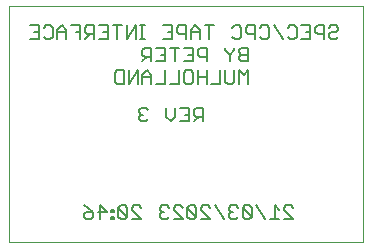
<source format=gbo>
G75*
%MOIN*%
%OFA0B0*%
%FSLAX25Y25*%
%IPPOS*%
%LPD*%
%AMOC8*
5,1,8,0,0,1.08239X$1,22.5*
%
%ADD10C,0.00000*%
%ADD11C,0.00500*%
D10*
X0012727Y0002200D02*
X0012727Y0080940D01*
X0130837Y0080940D01*
X0130837Y0002200D01*
X0012727Y0002200D01*
D11*
X0037718Y0010701D02*
X0037718Y0011451D01*
X0038468Y0012202D01*
X0040720Y0012202D01*
X0040720Y0010701D01*
X0039969Y0009950D01*
X0038468Y0009950D01*
X0037718Y0010701D01*
X0039219Y0013703D02*
X0040720Y0012202D01*
X0042321Y0012202D02*
X0045324Y0012202D01*
X0043072Y0014454D01*
X0043072Y0009950D01*
X0046875Y0009950D02*
X0047626Y0009950D01*
X0047626Y0010701D01*
X0046875Y0010701D01*
X0046875Y0009950D01*
X0046875Y0012202D02*
X0047626Y0012202D01*
X0047626Y0012953D01*
X0046875Y0012953D01*
X0046875Y0012202D01*
X0049227Y0013703D02*
X0052230Y0010701D01*
X0051479Y0009950D01*
X0049978Y0009950D01*
X0049227Y0010701D01*
X0049227Y0013703D01*
X0049978Y0014454D01*
X0051479Y0014454D01*
X0052230Y0013703D01*
X0052230Y0010701D01*
X0053831Y0009950D02*
X0056834Y0009950D01*
X0053831Y0012953D01*
X0053831Y0013703D01*
X0054582Y0014454D01*
X0056083Y0014454D01*
X0056834Y0013703D01*
X0063039Y0013703D02*
X0063039Y0012953D01*
X0063790Y0012202D01*
X0063039Y0011451D01*
X0063039Y0010701D01*
X0063790Y0009950D01*
X0065291Y0009950D01*
X0066042Y0010701D01*
X0064540Y0012202D02*
X0063790Y0012202D01*
X0063039Y0013703D02*
X0063790Y0014454D01*
X0065291Y0014454D01*
X0066042Y0013703D01*
X0067643Y0013703D02*
X0067643Y0012953D01*
X0070646Y0009950D01*
X0067643Y0009950D01*
X0072247Y0010701D02*
X0072998Y0009950D01*
X0074499Y0009950D01*
X0075250Y0010701D01*
X0072247Y0013703D01*
X0072247Y0010701D01*
X0075250Y0010701D02*
X0075250Y0013703D01*
X0074499Y0014454D01*
X0072998Y0014454D01*
X0072247Y0013703D01*
X0070646Y0013703D02*
X0069895Y0014454D01*
X0068394Y0014454D01*
X0067643Y0013703D01*
X0076851Y0013703D02*
X0076851Y0012953D01*
X0079853Y0009950D01*
X0076851Y0009950D01*
X0076851Y0013703D02*
X0077602Y0014454D01*
X0079103Y0014454D01*
X0079853Y0013703D01*
X0081455Y0014454D02*
X0084457Y0009950D01*
X0086059Y0010701D02*
X0086809Y0009950D01*
X0088311Y0009950D01*
X0089061Y0010701D01*
X0090663Y0010701D02*
X0091413Y0009950D01*
X0092915Y0009950D01*
X0093665Y0010701D01*
X0090663Y0013703D01*
X0090663Y0010701D01*
X0093665Y0010701D02*
X0093665Y0013703D01*
X0092915Y0014454D01*
X0091413Y0014454D01*
X0090663Y0013703D01*
X0089061Y0013703D02*
X0088311Y0014454D01*
X0086809Y0014454D01*
X0086059Y0013703D01*
X0086059Y0012953D01*
X0086809Y0012202D01*
X0086059Y0011451D01*
X0086059Y0010701D01*
X0086809Y0012202D02*
X0087560Y0012202D01*
X0095267Y0014454D02*
X0098269Y0009950D01*
X0099871Y0009950D02*
X0102873Y0009950D01*
X0101372Y0009950D02*
X0101372Y0014454D01*
X0102873Y0012953D01*
X0104474Y0012953D02*
X0104474Y0013703D01*
X0105225Y0014454D01*
X0106726Y0014454D01*
X0107477Y0013703D01*
X0104474Y0012953D02*
X0107477Y0009950D01*
X0104474Y0009950D01*
X0077477Y0042450D02*
X0077477Y0046954D01*
X0075225Y0046954D01*
X0074474Y0046203D01*
X0074474Y0044702D01*
X0075225Y0043951D01*
X0077477Y0043951D01*
X0075976Y0043951D02*
X0074474Y0042450D01*
X0072873Y0042450D02*
X0069871Y0042450D01*
X0068269Y0043951D02*
X0066768Y0042450D01*
X0065267Y0043951D01*
X0065267Y0046954D01*
X0068269Y0046954D02*
X0068269Y0043951D01*
X0071372Y0044702D02*
X0072873Y0044702D01*
X0072873Y0046954D02*
X0072873Y0042450D01*
X0072873Y0046954D02*
X0069871Y0046954D01*
X0069457Y0054950D02*
X0066455Y0054950D01*
X0064853Y0054950D02*
X0061851Y0054950D01*
X0060250Y0054950D02*
X0060250Y0057953D01*
X0058748Y0059454D01*
X0057247Y0057953D01*
X0057247Y0054950D01*
X0055646Y0054950D02*
X0055646Y0059454D01*
X0052643Y0054950D01*
X0052643Y0059454D01*
X0051042Y0059454D02*
X0048790Y0059454D01*
X0048039Y0058703D01*
X0048039Y0055701D01*
X0048790Y0054950D01*
X0051042Y0054950D01*
X0051042Y0059454D01*
X0057247Y0057202D02*
X0060250Y0057202D01*
X0064853Y0059454D02*
X0064853Y0054950D01*
X0069457Y0054950D02*
X0069457Y0059454D01*
X0071059Y0058703D02*
X0071809Y0059454D01*
X0073311Y0059454D01*
X0074061Y0058703D01*
X0074061Y0055701D01*
X0073311Y0054950D01*
X0071809Y0054950D01*
X0071059Y0055701D01*
X0071059Y0058703D01*
X0071059Y0062450D02*
X0074061Y0062450D01*
X0074061Y0066954D01*
X0071059Y0066954D01*
X0069457Y0066954D02*
X0066455Y0066954D01*
X0067956Y0066954D02*
X0067956Y0062450D01*
X0064853Y0062450D02*
X0061851Y0062450D01*
X0060250Y0062450D02*
X0060250Y0066954D01*
X0057998Y0066954D01*
X0057247Y0066203D01*
X0057247Y0064702D01*
X0057998Y0063951D01*
X0060250Y0063951D01*
X0058748Y0063951D02*
X0057247Y0062450D01*
X0063352Y0064702D02*
X0064853Y0064702D01*
X0064853Y0066954D02*
X0064853Y0062450D01*
X0064853Y0066954D02*
X0061851Y0066954D01*
X0064227Y0069950D02*
X0067230Y0069950D01*
X0067230Y0074454D01*
X0064227Y0074454D01*
X0065729Y0072202D02*
X0067230Y0072202D01*
X0068831Y0072202D02*
X0069582Y0071451D01*
X0071834Y0071451D01*
X0073435Y0072202D02*
X0076438Y0072202D01*
X0076438Y0072953D02*
X0074937Y0074454D01*
X0073435Y0072953D01*
X0073435Y0069950D01*
X0071834Y0069950D02*
X0071834Y0074454D01*
X0069582Y0074454D01*
X0068831Y0073703D01*
X0068831Y0072202D01*
X0076438Y0072953D02*
X0076438Y0069950D01*
X0079540Y0069950D02*
X0079540Y0074454D01*
X0078039Y0074454D02*
X0081042Y0074454D01*
X0087247Y0073703D02*
X0087998Y0074454D01*
X0089499Y0074454D01*
X0090250Y0073703D01*
X0090250Y0070701D01*
X0089499Y0069950D01*
X0087998Y0069950D01*
X0087247Y0070701D01*
X0087873Y0066954D02*
X0087873Y0066203D01*
X0086372Y0064702D01*
X0086372Y0062450D01*
X0089474Y0063201D02*
X0089474Y0063951D01*
X0090225Y0064702D01*
X0092477Y0064702D01*
X0092477Y0066954D02*
X0090225Y0066954D01*
X0089474Y0066203D01*
X0089474Y0065453D01*
X0090225Y0064702D01*
X0089474Y0063201D02*
X0090225Y0062450D01*
X0092477Y0062450D01*
X0092477Y0066954D01*
X0094853Y0069950D02*
X0094853Y0074454D01*
X0092602Y0074454D01*
X0091851Y0073703D01*
X0091851Y0072202D01*
X0092602Y0071451D01*
X0094853Y0071451D01*
X0096455Y0070701D02*
X0097205Y0069950D01*
X0098707Y0069950D01*
X0099457Y0070701D01*
X0099457Y0073703D01*
X0098707Y0074454D01*
X0097205Y0074454D01*
X0096455Y0073703D01*
X0101059Y0074454D02*
X0104061Y0069950D01*
X0105663Y0070701D02*
X0106413Y0069950D01*
X0107915Y0069950D01*
X0108665Y0070701D01*
X0108665Y0073703D01*
X0107915Y0074454D01*
X0106413Y0074454D01*
X0105663Y0073703D01*
X0110267Y0074454D02*
X0113269Y0074454D01*
X0113269Y0069950D01*
X0110267Y0069950D01*
X0111768Y0072202D02*
X0113269Y0072202D01*
X0114871Y0072202D02*
X0115621Y0071451D01*
X0117873Y0071451D01*
X0119474Y0071451D02*
X0119474Y0070701D01*
X0120225Y0069950D01*
X0121726Y0069950D01*
X0122477Y0070701D01*
X0121726Y0072202D02*
X0120225Y0072202D01*
X0119474Y0071451D01*
X0117873Y0069950D02*
X0117873Y0074454D01*
X0115621Y0074454D01*
X0114871Y0073703D01*
X0114871Y0072202D01*
X0119474Y0073703D02*
X0120225Y0074454D01*
X0121726Y0074454D01*
X0122477Y0073703D01*
X0122477Y0072953D01*
X0121726Y0072202D01*
X0092477Y0059454D02*
X0092477Y0054950D01*
X0089474Y0054950D02*
X0089474Y0059454D01*
X0090976Y0057953D01*
X0092477Y0059454D01*
X0087873Y0059454D02*
X0087873Y0055701D01*
X0087122Y0054950D01*
X0085621Y0054950D01*
X0084871Y0055701D01*
X0084871Y0059454D01*
X0083269Y0059454D02*
X0083269Y0054950D01*
X0080267Y0054950D01*
X0078665Y0054950D02*
X0078665Y0059454D01*
X0078665Y0057202D02*
X0075663Y0057202D01*
X0075663Y0059454D02*
X0075663Y0054950D01*
X0078665Y0062450D02*
X0078665Y0066954D01*
X0076413Y0066954D01*
X0075663Y0066203D01*
X0075663Y0064702D01*
X0076413Y0063951D01*
X0078665Y0063951D01*
X0074061Y0064702D02*
X0072560Y0064702D01*
X0084871Y0066203D02*
X0084871Y0066954D01*
X0084871Y0066203D02*
X0086372Y0064702D01*
X0058022Y0069950D02*
X0056521Y0069950D01*
X0057271Y0069950D02*
X0057271Y0074454D01*
X0056521Y0074454D02*
X0058022Y0074454D01*
X0054953Y0074454D02*
X0051950Y0069950D01*
X0051950Y0074454D01*
X0050349Y0074454D02*
X0047346Y0074454D01*
X0048848Y0074454D02*
X0048848Y0069950D01*
X0045745Y0069950D02*
X0042742Y0069950D01*
X0041141Y0069950D02*
X0041141Y0074454D01*
X0038889Y0074454D01*
X0038138Y0073703D01*
X0038138Y0072202D01*
X0038889Y0071451D01*
X0041141Y0071451D01*
X0039640Y0071451D02*
X0038138Y0069950D01*
X0036537Y0069950D02*
X0036537Y0074454D01*
X0033535Y0074454D01*
X0031933Y0072953D02*
X0030432Y0074454D01*
X0028931Y0072953D01*
X0028931Y0069950D01*
X0027329Y0070701D02*
X0026579Y0069950D01*
X0025077Y0069950D01*
X0024327Y0070701D01*
X0022725Y0069950D02*
X0019723Y0069950D01*
X0022725Y0069950D02*
X0022725Y0074454D01*
X0019723Y0074454D01*
X0021224Y0072202D02*
X0022725Y0072202D01*
X0024327Y0073703D02*
X0025077Y0074454D01*
X0026579Y0074454D01*
X0027329Y0073703D01*
X0027329Y0070701D01*
X0028931Y0072202D02*
X0031933Y0072202D01*
X0031933Y0072953D02*
X0031933Y0069950D01*
X0035036Y0072202D02*
X0036537Y0072202D01*
X0042742Y0074454D02*
X0045745Y0074454D01*
X0045745Y0069950D01*
X0045745Y0072202D02*
X0044244Y0072202D01*
X0054953Y0069950D02*
X0054953Y0074454D01*
X0056809Y0046954D02*
X0056059Y0046203D01*
X0056059Y0045453D01*
X0056809Y0044702D01*
X0056059Y0043951D01*
X0056059Y0043201D01*
X0056809Y0042450D01*
X0058311Y0042450D01*
X0059061Y0043201D01*
X0057560Y0044702D02*
X0056809Y0044702D01*
X0059061Y0046203D02*
X0058311Y0046954D01*
X0056809Y0046954D01*
X0039219Y0013703D02*
X0037718Y0014454D01*
M02*

</source>
